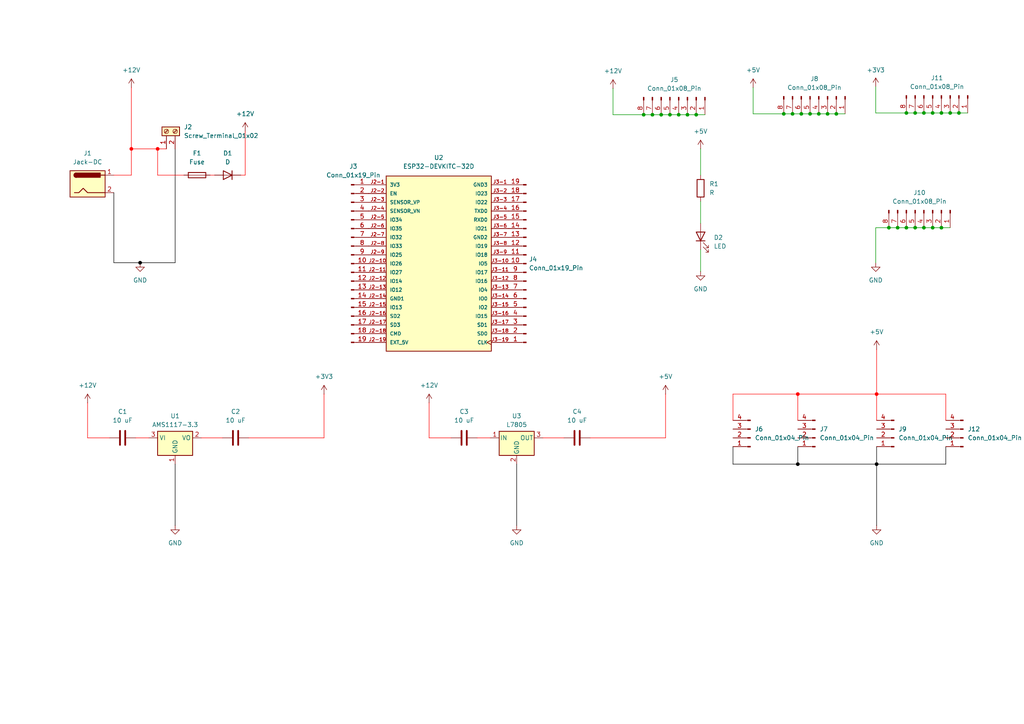
<source format=kicad_sch>
(kicad_sch (version 20231120) (generator "eeschema") (generator_version "8.0")
  (paper "A4")
  (lib_symbols
    (symbol "Connector:Conn_01x04_Pin" (pin_names (offset 1.016) hide)
      (property "Reference" "J" (at 0 5.08 0))
      (property "Value" "Conn_01x04_Pin" (at 0 -7.62 0))
      (symbol "Conn_01x04_Pin_1_1"
        (polyline (pts (xy 1.27 -5.08) (xy 0.8636 -5.08)) (stroke (width 0.1524)))
        (polyline (pts (xy 1.27 -2.54) (xy 0.8636 -2.54)) (stroke (width 0.1524)))
        (polyline (pts (xy 1.27 0) (xy 0.8636 0)) (stroke (width 0.1524)))
        (polyline (pts (xy 1.27 2.54) (xy 0.8636 2.54)) (stroke (width 0.1524)))
        (rectangle (start 0.8636 -4.953) (end 0 -5.207) (stroke (width 0.1524)) (fill (type outline)))
        (rectangle (start 0.8636 -2.413) (end 0 -2.667) (stroke (width 0.1524)) (fill (type outline)))
        (rectangle (start 0.8636 0.127) (end 0 -0.127) (stroke (width 0.1524)) (fill (type outline)))
        (rectangle (start 0.8636 2.667) (end 0 2.413) (stroke (width 0.1524)) (fill (type outline)))
        (pin passive line (at 5.08 2.54 180) (length 3.81) (name "Pin_1") (number "1"))
        (pin passive line (at 5.08 0 180) (length 3.81) (name "Pin_2") (number "2"))
        (pin passive line (at 5.08 -2.54 180) (length 3.81) (name "Pin_3") (number "3"))
        (pin passive line (at 5.08 -5.08 180) (length 3.81) (name "Pin_4") (number "4"))
      )
    )
    (symbol "Connector:Conn_01x08_Pin" (pin_names (offset 1.016) hide)
      (property "Reference" "J" (at 0 10.16 0))
      (property "Value" "Conn_01x08_Pin" (at 0 -12.7 0))
      (symbol "Conn_01x08_Pin_1_1"
        (polyline (pts (xy 1.27 -10.16) (xy 0.8636 -10.16)) (stroke (width 0.1524)))
        (polyline (pts (xy 1.27 -7.62) (xy 0.8636 -7.62)) (stroke (width 0.1524)))
        (polyline (pts (xy 1.27 -5.08) (xy 0.8636 -5.08)) (stroke (width 0.1524)))
        (polyline (pts (xy 1.27 -2.54) (xy 0.8636 -2.54)) (stroke (width 0.1524)))
        (polyline (pts (xy 1.27 0) (xy 0.8636 0)) (stroke (width 0.1524)))
        (polyline (pts (xy 1.27 2.54) (xy 0.8636 2.54)) (stroke (width 0.1524)))
        (polyline (pts (xy 1.27 5.08) (xy 0.8636 5.08)) (stroke (width 0.1524)))
        (polyline (pts (xy 1.27 7.62) (xy 0.8636 7.62)) (stroke (width 0.1524)))
        (rectangle (start 0.8636 -10.033) (end 0 -10.287) (stroke (width 0.1524)) (fill (type outline)))
        (rectangle (start 0.8636 -7.493) (end 0 -7.747) (stroke (width 0.1524)) (fill (type outline)))
        (rectangle (start 0.8636 -4.953) (end 0 -5.207) (stroke (width 0.1524)) (fill (type outline)))
        (rectangle (start 0.8636 -2.413) (end 0 -2.667) (stroke (width 0.1524)) (fill (type outline)))
        (rectangle (start 0.8636 0.127) (end 0 -0.127) (stroke (width 0.1524)) (fill (type outline)))
        (rectangle (start 0.8636 2.667) (end 0 2.413) (stroke (width 0.1524)) (fill (type outline)))
        (rectangle (start 0.8636 5.207) (end 0 4.953) (stroke (width 0.1524)) (fill (type outline)))
        (rectangle (start 0.8636 7.747) (end 0 7.493) (stroke (width 0.1524)) (fill (type outline)))
        (pin passive line (at 5.08 7.62 180) (length 3.81) (name "Pin_1") (number "1"))
        (pin passive line (at 5.08 5.08 180) (length 3.81) (name "Pin_2") (number "2"))
        (pin passive line (at 5.08 2.54 180) (length 3.81) (name "Pin_3") (number "3"))
        (pin passive line (at 5.08 0 180) (length 3.81) (name "Pin_4") (number "4"))
        (pin passive line (at 5.08 -2.54 180) (length 3.81) (name "Pin_5") (number "5"))
        (pin passive line (at 5.08 -5.08 180) (length 3.81) (name "Pin_6") (number "6"))
        (pin passive line (at 5.08 -7.62 180) (length 3.81) (name "Pin_7") (number "7"))
        (pin passive line (at 5.08 -10.16 180) (length 3.81) (name "Pin_8") (number "8"))
      )
    )
    (symbol "Connector:Conn_01x19_Pin" (pin_names (offset 1.016) hide)
      (property "Reference" "J" (at 0 25.4 0))
      (property "Value" "Conn_01x19_Pin" (at 0 -25.4 0))
      (symbol "Conn_01x19_Pin_1_1"
        (polyline (pts (xy 1.27 -22.86) (xy 0.8636 -22.86)) (stroke (width 0.1524)))
        (polyline (pts (xy 1.27 -20.32) (xy 0.8636 -20.32)) (stroke (width 0.1524)))
        (polyline (pts (xy 1.27 -17.78) (xy 0.8636 -17.78)) (stroke (width 0.1524)))
        (polyline (pts (xy 1.27 -15.24) (xy 0.8636 -15.24)) (stroke (width 0.1524)))
        (polyline (pts (xy 1.27 -12.7) (xy 0.8636 -12.7)) (stroke (width 0.1524)))
        (polyline (pts (xy 1.27 -10.16) (xy 0.8636 -10.16)) (stroke (width 0.1524)))
        (polyline (pts (xy 1.27 -7.62) (xy 0.8636 -7.62)) (stroke (width 0.1524)))
        (polyline (pts (xy 1.27 -5.08) (xy 0.8636 -5.08)) (stroke (width 0.1524)))
        (polyline (pts (xy 1.27 -2.54) (xy 0.8636 -2.54)) (stroke (width 0.1524)))
        (polyline (pts (xy 1.27 0) (xy 0.8636 0)) (stroke (width 0.1524)))
        (polyline (pts (xy 1.27 2.54) (xy 0.8636 2.54)) (stroke (width 0.1524)))
        (polyline (pts (xy 1.27 5.08) (xy 0.8636 5.08)) (stroke (width 0.1524)))
        (polyline (pts (xy 1.27 7.62) (xy 0.8636 7.62)) (stroke (width 0.1524)))
        (polyline (pts (xy 1.27 10.16) (xy 0.8636 10.16)) (stroke (width 0.1524)))
        (polyline (pts (xy 1.27 12.7) (xy 0.8636 12.7)) (stroke (width 0.1524)))
        (polyline (pts (xy 1.27 15.24) (xy 0.8636 15.24)) (stroke (width 0.1524)))
        (polyline (pts (xy 1.27 17.78) (xy 0.8636 17.78)) (stroke (width 0.1524)))
        (polyline (pts (xy 1.27 20.32) (xy 0.8636 20.32)) (stroke (width 0.1524)))
        (polyline (pts (xy 1.27 22.86) (xy 0.8636 22.86)) (stroke (width 0.1524)))
        (rectangle (start 0.8636 -22.733) (end 0 -22.987) (stroke (width 0.1524)) (fill (type outline)))
        (rectangle (start 0.8636 -20.193) (end 0 -20.447) (stroke (width 0.1524)) (fill (type outline)))
        (rectangle (start 0.8636 -17.653) (end 0 -17.907) (stroke (width 0.1524)) (fill (type outline)))
        (rectangle (start 0.8636 -15.113) (end 0 -15.367) (stroke (width 0.1524)) (fill (type outline)))
        (rectangle (start 0.8636 -12.573) (end 0 -12.827) (stroke (width 0.1524)) (fill (type outline)))
        (rectangle (start 0.8636 -10.033) (end 0 -10.287) (stroke (width 0.1524)) (fill (type outline)))
        (rectangle (start 0.8636 -7.493) (end 0 -7.747) (stroke (width 0.1524)) (fill (type outline)))
        (rectangle (start 0.8636 -4.953) (end 0 -5.207) (stroke (width 0.1524)) (fill (type outline)))
        (rectangle (start 0.8636 -2.413) (end 0 -2.667) (stroke (width 0.1524)) (fill (type outline)))
        (rectangle (start 0.8636 0.127) (end 0 -0.127) (stroke (width 0.1524)) (fill (type outline)))
        (rectangle (start 0.8636 2.667) (end 0 2.413) (stroke (width 0.1524)) (fill (type outline)))
        (rectangle (start 0.8636 5.207) (end 0 4.953) (stroke (width 0.1524)) (fill (type outline)))
        (rectangle (start 0.8636 7.747) (end 0 7.493) (stroke (width 0.1524)) (fill (type outline)))
        (rectangle (start 0.8636 10.287) (end 0 10.033) (stroke (width 0.1524)) (fill (type outline)))
        (rectangle (start 0.8636 12.827) (end 0 12.573) (stroke (width 0.1524)) (fill (type outline)))
        (rectangle (start 0.8636 15.367) (end 0 15.113) (stroke (width 0.1524)) (fill (type outline)))
        (rectangle (start 0.8636 17.907) (end 0 17.653) (stroke (width 0.1524)) (fill (type outline)))
        (rectangle (start 0.8636 20.447) (end 0 20.193) (stroke (width 0.1524)) (fill (type outline)))
        (rectangle (start 0.8636 22.987) (end 0 22.733) (stroke (width 0.1524)) (fill (type outline)))
        (pin passive line (at 5.08 22.86 180) (length 3.81) (name "Pin_1") (number "1"))
        (pin passive line (at 5.08 0 180) (length 3.81) (name "Pin_10") (number "10"))
        (pin passive line (at 5.08 -2.54 180) (length 3.81) (name "Pin_11") (number "11"))
        (pin passive line (at 5.08 -5.08 180) (length 3.81) (name "Pin_12") (number "12"))
        (pin passive line (at 5.08 -7.62 180) (length 3.81) (name "Pin_13") (number "13"))
        (pin passive line (at 5.08 -10.16 180) (length 3.81) (name "Pin_14") (number "14"))
        (pin passive line (at 5.08 -12.7 180) (length 3.81) (name "Pin_15") (number "15"))
        (pin passive line (at 5.08 -15.24 180) (length 3.81) (name "Pin_16") (number "16"))
        (pin passive line (at 5.08 -17.78 180) (length 3.81) (name "Pin_17") (number "17"))
        (pin passive line (at 5.08 -20.32 180) (length 3.81) (name "Pin_18") (number "18"))
        (pin passive line (at 5.08 -22.86 180) (length 3.81) (name "Pin_19") (number "19"))
        (pin passive line (at 5.08 20.32 180) (length 3.81) (name "Pin_2") (number "2"))
        (pin passive line (at 5.08 17.78 180) (length 3.81) (name "Pin_3") (number "3"))
        (pin passive line (at 5.08 15.24 180) (length 3.81) (name "Pin_4") (number "4"))
        (pin passive line (at 5.08 12.7 180) (length 3.81) (name "Pin_5") (number "5"))
        (pin passive line (at 5.08 10.16 180) (length 3.81) (name "Pin_6") (number "6"))
        (pin passive line (at 5.08 7.62 180) (length 3.81) (name "Pin_7") (number "7"))
        (pin passive line (at 5.08 5.08 180) (length 3.81) (name "Pin_8") (number "8"))
        (pin passive line (at 5.08 2.54 180) (length 3.81) (name "Pin_9") (number "9"))
      )
    )
    (symbol "Connector:Jack-DC" (pin_names (offset 1.016))
      (property "Reference" "J" (at 0 5.334 0))
      (property "Value" "Jack-DC" (at 0 -5.08 0))
      (symbol "Jack-DC_0_1"
        (rectangle (start -5.08 3.81) (end 5.08 -3.81) (stroke (width 0.254)) (fill (type background)))
        (arc (start -3.302 3.175) (mid -3.9343 2.54) (end -3.302 1.905) (stroke (width 0.254)))
        (arc (start -3.302 3.175) (mid -3.9343 2.54) (end -3.302 1.905) (stroke (width 0.254)) (fill (type outline)))
        (polyline (pts (xy 5.08 2.54) (xy 3.81 2.54)) (stroke (width 0.254)))
        (polyline (pts (xy -3.81 -2.54) (xy -2.54 -2.54) (xy -1.27 -1.27) (xy 0 -2.54) (xy 2.54 -2.54) (xy 5.08 -2.54)) (stroke (width 0.254)))
        (rectangle (start 3.683 3.175) (end -3.302 1.905) (stroke (width 0.254)) (fill (type outline)))
      )
      (symbol "Jack-DC_1_1"
        (pin passive line (at 7.62 2.54 180) (length 2.54) (name "~") (number "1"))
        (pin passive line (at 7.62 -2.54 180) (length 2.54) (name "~") (number "2"))
      )
    )
    (symbol "Connector:Screw_Terminal_01x02" (pin_names (offset 1.016) hide)
      (property "Reference" "J" (at 0 2.54 0))
      (property "Value" "Screw_Terminal_01x02" (at 0 -5.08 0))
      (symbol "Screw_Terminal_01x02_1_1"
        (rectangle (start -1.27 1.27) (end 1.27 -3.81) (stroke (width 0.254)) (fill (type background)))
        (circle (center 0 -2.54) (radius 0.635) (stroke (width 0.1524)))
        (polyline (pts (xy -0.5334 -2.2098) (xy 0.3302 -3.048)) (stroke (width 0.1524)))
        (polyline (pts (xy -0.5334 0.3302) (xy 0.3302 -0.508)) (stroke (width 0.1524)))
        (polyline (pts (xy -0.3556 -2.032) (xy 0.508 -2.8702)) (stroke (width 0.1524)))
        (polyline (pts (xy -0.3556 0.508) (xy 0.508 -0.3302)) (stroke (width 0.1524)))
        (circle (center 0 0) (radius 0.635) (stroke (width 0.1524)))
        (pin passive line (at -5.08 0 0) (length 3.81) (name "Pin_1") (number "1"))
        (pin passive line (at -5.08 -2.54 0) (length 3.81) (name "Pin_2") (number "2"))
      )
    )
    (symbol "Device:C" (pin_numbers hide) (pin_names (offset 0.254))
      (property "Reference" "C" (at 0.635 2.54 0))
      (property "Value" "C" (at 0.635 -2.54 0))
      (symbol "C_0_1"
        (polyline (pts (xy -2.032 -0.762) (xy 2.032 -0.762)) (stroke (width 0.508)))
        (polyline (pts (xy -2.032 0.762) (xy 2.032 0.762)) (stroke (width 0.508)))
      )
      (symbol "C_1_1"
        (pin passive line (at 0 3.81 270) (length 2.794) (name "~") (number "1"))
        (pin passive line (at 0 -3.81 90) (length 2.794) (name "~") (number "2"))
      )
    )
    (symbol "Device:D" (pin_numbers hide) (pin_names (offset 1.016) hide)
      (property "Reference" "D" (at 0 2.54 0))
      (property "Value" "D" (at 0 -2.54 0))
      (symbol "D_0_1"
        (polyline (pts (xy -1.27 1.27) (xy -1.27 -1.27)) (stroke (width 0.254)))
        (polyline (pts (xy 1.27 0) (xy -1.27 0)))
        (polyline (pts (xy 1.27 1.27) (xy 1.27 -1.27) (xy -1.27 0) (xy 1.27 1.27)) (stroke (width 0.254)))
      )
      (symbol "D_1_1"
        (pin passive line (at -3.81 0 0) (length 2.54) (name "K") (number "1"))
        (pin passive line (at 3.81 0 180) (length 2.54) (name "A") (number "2"))
      )
    )
    (symbol "Device:Fuse" (pin_numbers hide) (pin_names (offset 0))
      (property "Reference" "F" (at 2.032 0 90))
      (property "Value" "Fuse" (at -1.905 0 90))
      (symbol "Fuse_0_1"
        (rectangle (start -0.762 -2.54) (end 0.762 2.54) (stroke (width 0.254)))
        (polyline (pts (xy 0 2.54) (xy 0 -2.54)))
      )
      (symbol "Fuse_1_1"
        (pin passive line (at 0 3.81 270) (length 1.27) (name "~") (number "1"))
        (pin passive line (at 0 -3.81 90) (length 1.27) (name "~") (number "2"))
      )
    )
    (symbol "Device:LED" (pin_numbers hide) (pin_names (offset 1.016) hide)
      (property "Reference" "D" (at 0 2.54 0))
      (property "Value" "LED" (at 0 -2.54 0))
      (symbol "LED_0_1"
        (polyline (pts (xy -1.27 -1.27) (xy -1.27 1.27)) (stroke (width 0.254)))
        (polyline (pts (xy -1.27 0) (xy 1.27 0)))
        (polyline (pts (xy 1.27 -1.27) (xy 1.27 1.27) (xy -1.27 0) (xy 1.27 -1.27)) (stroke (width 0.254)))
        (polyline (pts (xy -3.048 -0.762) (xy -4.572 -2.286) (xy -3.81 -2.286) (xy -4.572 -2.286) (xy -4.572 -1.524)))
        (polyline (pts (xy -1.778 -0.762) (xy -3.302 -2.286) (xy -2.54 -2.286) (xy -3.302 -2.286) (xy -3.302 -1.524)))
      )
      (symbol "LED_1_1"
        (pin passive line (at -3.81 0 0) (length 2.54) (name "K") (number "1"))
        (pin passive line (at 3.81 0 180) (length 2.54) (name "A") (number "2"))
      )
    )
    (symbol "Device:R" (pin_numbers hide) (pin_names (offset 0))
      (property "Reference" "R" (at 2.032 0 90))
      (property "Value" "R" (at 0 0 90))
      (symbol "R_0_1"
        (rectangle (start -1.016 -2.54) (end 1.016 2.54) (stroke (width 0.254)))
      )
      (symbol "R_1_1"
        (pin passive line (at 0 3.81 270) (length 1.27) (name "~") (number "1"))
        (pin passive line (at 0 -3.81 90) (length 1.27) (name "~") (number "2"))
      )
    )
    (symbol "ESP32-DEVKITC-32D:ESP32-DEVKITC-32D" (pin_names (offset 1.016))
      (property "Reference" "U" (at -15.2572 26.0643 0))
      (property "Value" "ESP32-DEVKITC-32D" (at -15.2563 -27.9698 0))
      (symbol "ESP32-DEVKITC-32D_0_0"
        (rectangle (start -15.24 -25.4) (end 15.24 25.4) (stroke (width 0.254)) (fill (type background)))
        (pin power_in line (at -20.32 22.86 0) (length 5.08) (name "3V3") (number "J2-1"))
        (pin bidirectional line (at -20.32 0 0) (length 5.08) (name "IO26") (number "J2-10"))
        (pin bidirectional line (at -20.32 -2.54 0) (length 5.08) (name "IO27") (number "J2-11"))
        (pin bidirectional line (at -20.32 -5.08 0) (length 5.08) (name "IO14") (number "J2-12"))
        (pin bidirectional line (at -20.32 -7.62 0) (length 5.08) (name "IO12") (number "J2-13"))
        (pin power_in line (at -20.32 -10.16 0) (length 5.08) (name "GND1") (number "J2-14"))
        (pin bidirectional line (at -20.32 -12.7 0) (length 5.08) (name "IO13") (number "J2-15"))
        (pin bidirectional line (at -20.32 -15.24 0) (length 5.08) (name "SD2") (number "J2-16"))
        (pin bidirectional line (at -20.32 -17.78 0) (length 5.08) (name "SD3") (number "J2-17"))
        (pin bidirectional line (at -20.32 -20.32 0) (length 5.08) (name "CMD") (number "J2-18"))
        (pin power_in line (at -20.32 -22.86 0) (length 5.08) (name "EXT_5V") (number "J2-19"))
        (pin input line (at -20.32 20.32 0) (length 5.08) (name "EN") (number "J2-2"))
        (pin input line (at -20.32 17.78 0) (length 5.08) (name "SENSOR_VP") (number "J2-3"))
        (pin input line (at -20.32 15.24 0) (length 5.08) (name "SENSOR_VN") (number "J2-4"))
        (pin bidirectional line (at -20.32 12.7 0) (length 5.08) (name "IO34") (number "J2-5"))
        (pin bidirectional line (at -20.32 10.16 0) (length 5.08) (name "IO35") (number "J2-6"))
        (pin bidirectional line (at -20.32 7.62 0) (length 5.08) (name "IO32") (number "J2-7"))
        (pin bidirectional line (at -20.32 5.08 0) (length 5.08) (name "IO33") (number "J2-8"))
        (pin bidirectional line (at -20.32 2.54 0) (length 5.08) (name "IO25") (number "J2-9"))
        (pin power_in line (at 20.32 22.86 180) (length 5.08) (name "GND3") (number "J3-1"))
        (pin bidirectional line (at 20.32 0 180) (length 5.08) (name "IO5") (number "J3-10"))
        (pin bidirectional line (at 20.32 -2.54 180) (length 5.08) (name "IO17") (number "J3-11"))
        (pin bidirectional line (at 20.32 -5.08 180) (length 5.08) (name "IO16") (number "J3-12"))
        (pin bidirectional line (at 20.32 -7.62 180) (length 5.08) (name "IO4") (number "J3-13"))
        (pin bidirectional line (at 20.32 -10.16 180) (length 5.08) (name "IO0") (number "J3-14"))
        (pin bidirectional line (at 20.32 -12.7 180) (length 5.08) (name "IO2") (number "J3-15"))
        (pin bidirectional line (at 20.32 -15.24 180) (length 5.08) (name "IO15") (number "J3-16"))
        (pin bidirectional line (at 20.32 -17.78 180) (length 5.08) (name "SD1") (number "J3-17"))
        (pin bidirectional line (at 20.32 -20.32 180) (length 5.08) (name "SD0") (number "J3-18"))
        (pin input clock (at 20.32 -22.86 180) (length 5.08) (name "CLK") (number "J3-19"))
        (pin bidirectional line (at 20.32 20.32 180) (length 5.08) (name "IO23") (number "J3-2"))
        (pin bidirectional line (at 20.32 17.78 180) (length 5.08) (name "IO22") (number "J3-3"))
        (pin output line (at 20.32 15.24 180) (length 5.08) (name "TXD0") (number "J3-4"))
        (pin input line (at 20.32 12.7 180) (length 5.08) (name "RXD0") (number "J3-5"))
        (pin bidirectional line (at 20.32 10.16 180) (length 5.08) (name "IO21") (number "J3-6"))
        (pin power_in line (at 20.32 7.62 180) (length 5.08) (name "GND2") (number "J3-7"))
        (pin bidirectional line (at 20.32 5.08 180) (length 5.08) (name "IO19") (number "J3-8"))
        (pin bidirectional line (at 20.32 2.54 180) (length 5.08) (name "IO18") (number "J3-9"))
      )
    )
    (symbol "Regulator_Linear:AMS1117-3.3"
      (property "Reference" "U" (at -3.81 3.175 0))
      (property "Value" "AMS1117-3.3" (at 0 3.175 0))
      (symbol "AMS1117-3.3_0_1"
        (rectangle (start -5.08 -5.08) (end 5.08 1.905) (stroke (width 0.254)) (fill (type background)))
      )
      (symbol "AMS1117-3.3_1_1"
        (pin power_in line (at 0 -7.62 90) (length 2.54) (name "GND") (number "1"))
        (pin power_out line (at 7.62 0 180) (length 2.54) (name "VO") (number "2"))
        (pin power_in line (at -7.62 0 0) (length 2.54) (name "VI") (number "3"))
      )
    )
    (symbol "Regulator_Linear:L7805" (pin_names (offset 0.254))
      (property "Reference" "U" (at -3.81 3.175 0))
      (property "Value" "L7805" (at 0 3.175 0))
      (symbol "L7805_0_1"
        (rectangle (start -5.08 1.905) (end 5.08 -5.08) (stroke (width 0.254)) (fill (type background)))
      )
      (symbol "L7805_1_1"
        (pin power_in line (at -7.62 0 0) (length 2.54) (name "IN") (number "1"))
        (pin power_in line (at 0 -7.62 90) (length 2.54) (name "GND") (number "2"))
        (pin power_out line (at 7.62 0 180) (length 2.54) (name "OUT") (number "3"))
      )
    )
    (symbol "power:+12V" (power) (pin_numbers hide) (pin_names (offset 0) hide)
      (property "Value" "+12V" (at 0 3.556 0))
      (symbol "+12V_0_1"
        (polyline (pts (xy -0.762 1.27) (xy 0 2.54)))
        (polyline (pts (xy 0 0) (xy 0 2.54)))
        (polyline (pts (xy 0 2.54) (xy 0.762 1.27)))
      )
      (symbol "+12V_1_1"
        (pin power_in line (at 0 0 90) (length 0) (name "~") (number "1"))
      )
    )
    (symbol "power:+3V3" (power) (pin_numbers hide) (pin_names (offset 0) hide)
      (property "Value" "+3V3" (at 0 3.556 0))
      (symbol "+3V3_0_1"
        (polyline (pts (xy -0.762 1.27) (xy 0 2.54)))
        (polyline (pts (xy 0 0) (xy 0 2.54)))
        (polyline (pts (xy 0 2.54) (xy 0.762 1.27)))
      )
      (symbol "+3V3_1_1"
        (pin power_in line (at 0 0 90) (length 0) (name "~") (number "1"))
      )
    )
    (symbol "power:+5V" (power) (pin_numbers hide) (pin_names (offset 0) hide)
      (property "Value" "+5V" (at 0 3.556 0))
      (symbol "+5V_0_1"
        (polyline (pts (xy -0.762 1.27) (xy 0 2.54)))
        (polyline (pts (xy 0 0) (xy 0 2.54)))
        (polyline (pts (xy 0 2.54) (xy 0.762 1.27)))
      )
      (symbol "+5V_1_1"
        (pin power_in line (at 0 0 90) (length 0) (name "~") (number "1"))
      )
    )
    (symbol "power:GND" (power) (pin_numbers hide) (pin_names (offset 0) hide)
      (property "Value" "GND" (at 0 -3.81 0))
      (symbol "GND_0_1"
        (polyline (pts (xy 0 0) (xy 0 -1.27) (xy 1.27 -1.27) (xy 0 -2.54) (xy -1.27 -1.27) (xy 0 -1.27)))
      )
      (symbol "GND_1_1"
        (pin power_in line (at 0 0 270) (length 0) (name "~") (number "1"))
      )
    )
  )
  (junction (at 191.77 33.274))
  (junction (at 260.35 66.04))
  (junction (at 38.1 43.18) (color 255 0 0 1))
  (junction (at 186.69 33.274))
  (junction (at 254.254 114.3) (color 255 0 0 1))
  (junction (at 240.03 33.02))
  (junction (at 262.89 32.766))
  (junction (at 196.85 33.274))
  (junction (at 262.89 66.04))
  (junction (at 273.05 66.04))
  (junction (at 237.49 33.02))
  (junction (at 201.93 33.274))
  (junction (at 234.95 33.02))
  (junction (at 227.33 33.02))
  (junction (at 265.43 32.766))
  (junction (at 199.39 33.274))
  (junction (at 194.31 33.274))
  (junction (at 189.23 33.274))
  (junction (at 232.41 33.02))
  (junction (at 273.05 32.766))
  (junction (at 270.51 66.04))
  (junction (at 229.87 33.02))
  (junction (at 275.59 32.766))
  (junction (at 231.394 134.62) (color 0 0 0 1))
  (junction (at 242.57 33.02))
  (junction (at 254.254 134.62) (color 0 0 0 1))
  (junction (at 265.43 66.04))
  (junction (at 267.97 32.766))
  (junction (at 278.13 32.766))
  (junction (at 267.97 66.04))
  (junction (at 231.394 114.3) (color 255 0 0 1))
  (junction (at 270.51 32.766))
  (junction (at 257.81 66.04))
  (junction (at 40.64 76.2) (color 0 0 0 1))
  (junction (at 45.72 43.18) (color 255 0 0 1))
  (wire (pts (xy 273.05 32.766) (xy 275.59 32.766)))
  (wire (pts (xy 240.03 33.02) (xy 242.57 33.02)))
  (wire (pts (xy 254 25.146) (xy 254 32.766)))
  (wire (pts (xy 260.35 66.04) (xy 262.89 66.04)))
  (wire (pts (xy 254 66.04) (xy 254 76.2)))
  (wire (pts (xy 124.46 127) (xy 130.81 127)) (stroke (width 0) (color 255 0 0 1)))
  (wire (pts (xy 33.02 55.88) (xy 33.02 76.2)) (stroke (width 0) (color 0 0 0 1)))
  (wire (pts (xy 242.57 33.02) (xy 245.11 33.02)))
  (wire (pts (xy 69.85 50.8) (xy 71.12 50.8)) (stroke (width 0) (color 255 0 0 1)))
  (wire (pts (xy 267.97 66.04) (xy 270.51 66.04)))
  (wire (pts (xy 254 32.766) (xy 262.89 32.766)))
  (wire (pts (xy 237.49 33.02) (xy 240.03 33.02)))
  (wire (pts (xy 270.51 66.04) (xy 273.05 66.04)))
  (wire (pts (xy 138.43 127) (xy 142.24 127)) (stroke (width 0) (color 255 0 0 1)))
  (wire (pts (xy 199.39 33.274) (xy 201.93 33.274)))
  (wire (pts (xy 262.89 32.766) (xy 265.43 32.766)))
  (wire (pts (xy 278.13 32.766) (xy 280.67 32.766)))
  (wire (pts (xy 265.43 66.04) (xy 267.97 66.04)))
  (wire (pts (xy 270.51 32.766) (xy 273.05 32.766)))
  (wire (pts (xy 38.1 25.4) (xy 38.1 43.18)) (stroke (width 0) (color 255 0 0 1)))
  (wire (pts (xy 254.254 114.3) (xy 274.32 114.3)) (stroke (width 0) (color 255 0 0 1)))
  (wire (pts (xy 45.72 50.8) (xy 53.34 50.8)) (stroke (width 0) (color 255 0 0 1)))
  (wire (pts (xy 229.87 33.02) (xy 232.41 33.02)))
  (wire (pts (xy 234.95 33.02) (xy 237.49 33.02)))
  (wire (pts (xy 39.37 127) (xy 43.18 127)) (stroke (width 0) (color 255 0 0 1)))
  (wire (pts (xy 38.1 43.18) (xy 38.1 50.8)) (stroke (width 0) (color 255 0 0 1)))
  (wire (pts (xy 254.254 134.62) (xy 274.32 134.62)) (stroke (width 0) (color 0 0 0 1)))
  (wire (pts (xy 231.394 134.62) (xy 254.254 134.62)) (stroke (width 0) (color 0 0 0 1)))
  (wire (pts (xy 194.31 33.274) (xy 196.85 33.274)))
  (wire (pts (xy 40.64 76.2) (xy 50.8 76.2)) (stroke (width 0) (color 0 0 0 1)))
  (wire (pts (xy 257.81 66.04) (xy 260.35 66.04)))
  (wire (pts (xy 267.97 32.766) (xy 270.51 32.766)))
  (wire (pts (xy 201.93 33.274) (xy 204.47 33.274)))
  (wire (pts (xy 33.02 76.2) (xy 40.64 76.2)) (stroke (width 0) (color 0 0 0 1)))
  (wire (pts (xy 212.598 114.3) (xy 231.394 114.3)) (stroke (width 0) (color 255 0 0 1)))
  (wire (pts (xy 254 66.04) (xy 257.81 66.04)))
  (wire (pts (xy 218.44 25.4) (xy 218.44 33.02)))
  (wire (pts (xy 38.1 43.18) (xy 45.72 43.18)) (stroke (width 0) (color 255 0 0 1)))
  (wire (pts (xy 227.33 33.02) (xy 229.87 33.02)))
  (wire (pts (xy 273.05 66.04) (xy 275.59 66.04)))
  (wire (pts (xy 203.2 58.42) (xy 203.2 64.77)))
  (wire (pts (xy 93.98 114.3) (xy 93.98 127)) (stroke (width 0) (color 255 0 0 1)))
  (wire (pts (xy 274.32 114.3) (xy 274.32 121.92)) (stroke (width 0) (color 255 0 0 1)))
  (wire (pts (xy 50.8 134.62) (xy 50.8 152.4)) (stroke (width 0) (color 0 0 0 1)))
  (wire (pts (xy 232.41 33.02) (xy 234.95 33.02)))
  (wire (pts (xy 254.254 134.62) (xy 254.254 152.4)) (stroke (width 0) (color 0 0 0 1)))
  (wire (pts (xy 33.02 50.8) (xy 38.1 50.8)) (stroke (width 0) (color 255 0 0 1)))
  (wire (pts (xy 231.394 114.3) (xy 231.394 121.92)) (stroke (width 0) (color 255 0 0 1)))
  (wire (pts (xy 177.8 33.274) (xy 186.69 33.274)))
  (wire (pts (xy 203.2 43.18) (xy 203.2 50.8)))
  (wire (pts (xy 171.196 127) (xy 193.04 127)) (stroke (width 0) (color 255 0 0 1)))
  (wire (pts (xy 254.254 114.3) (xy 254.254 121.92)) (stroke (width 0) (color 255 0 0 1)))
  (wire (pts (xy 196.85 33.274) (xy 199.39 33.274)))
  (wire (pts (xy 191.77 33.274) (xy 194.31 33.274)))
  (wire (pts (xy 149.86 134.62) (xy 149.86 152.4)) (stroke (width 0) (color 0 0 0 1)))
  (wire (pts (xy 72.136 127) (xy 93.98 127)) (stroke (width 0) (color 255 0 0 1)))
  (wire (pts (xy 218.44 33.02) (xy 227.33 33.02)))
  (wire (pts (xy 274.32 129.54) (xy 274.32 134.62)) (stroke (width 0) (color 0 0 0 1)))
  (wire (pts (xy 275.59 32.766) (xy 278.13 32.766)))
  (wire (pts (xy 212.598 114.3) (xy 212.598 121.92)) (stroke (width 0) (color 255 0 0 1)))
  (wire (pts (xy 58.42 127) (xy 64.516 127)) (stroke (width 0) (color 255 0 0 1)))
  (wire (pts (xy 124.46 116.84) (xy 124.46 127)) (stroke (width 0) (color 255 0 0 1)))
  (wire (pts (xy 212.598 134.62) (xy 231.394 134.62)) (stroke (width 0) (color 0 0 0 1)))
  (wire (pts (xy 231.394 129.54) (xy 231.394 134.62)) (stroke (width 0) (color 0 0 0 1)))
  (wire (pts (xy 262.89 66.04) (xy 265.43 66.04)))
  (wire (pts (xy 203.2 72.39) (xy 203.2 78.74)))
  (wire (pts (xy 25.4 127) (xy 31.75 127)) (stroke (width 0) (color 255 0 0 1)))
  (wire (pts (xy 50.8 43.18) (xy 50.8 76.2)) (stroke (width 0) (color 0 0 0 1)))
  (wire (pts (xy 71.12 38.1) (xy 71.12 50.8)) (stroke (width 0) (color 255 0 0 1)))
  (wire (pts (xy 186.69 33.274) (xy 189.23 33.274)))
  (wire (pts (xy 231.394 114.3) (xy 254.254 114.3)) (stroke (width 0) (color 255 0 0 1)))
  (wire (pts (xy 189.23 33.274) (xy 191.77 33.274)))
  (wire (pts (xy 254.254 129.54) (xy 254.254 134.62)) (stroke (width 0) (color 0 0 0 1)))
  (wire (pts (xy 60.96 50.8) (xy 62.23 50.8)) (stroke (width 0) (color 255 0 0 1)))
  (wire (pts (xy 25.4 116.84) (xy 25.4 127)) (stroke (width 0) (color 255 0 0 1)))
  (wire (pts (xy 193.04 114.3) (xy 193.04 127)) (stroke (width 0) (color 255 0 0 1)))
  (wire (pts (xy 157.48 127) (xy 163.576 127)) (stroke (width 0) (color 255 0 0 1)))
  (wire (pts (xy 265.43 32.766) (xy 267.97 32.766)))
  (wire (pts (xy 254.254 101.346) (xy 254.254 114.3)) (stroke (width 0) (color 255 0 0 1)))
  (wire (pts (xy 177.8 25.654) (xy 177.8 33.274)))
  (wire (pts (xy 45.72 43.18) (xy 48.26 43.18)) (stroke (width 0) (color 255 0 0 1)))
  (wire (pts (xy 212.598 129.54) (xy 212.598 134.62)) (stroke (width 0) (color 0 0 0 1)))
  (wire (pts (xy 45.72 43.18) (xy 45.72 50.8)) (stroke (width 0) (color 255 0 0 1)))
  (symbol (lib_id "Device:C") (at 167.386 127 90) (unit 1)
    (property "Reference" "C4" (at 167.386 119.38 90))
    (property "Value" "10 uF" (at 167.386 121.92 90))
    (property "Footprint" "Capacitor_THT:C_Axial_L3.8mm_D2.6mm_P10.00mm_Horizontal" (effects (hide yes)))
    (property "Description" "Unpolarized capacitor" (effects (hide yes)))
  )
  (symbol (lib_id "Connector:Conn_01x04_Pin") (at 236.474 127 180) (unit 1)
    (property "Reference" "J7" (at 237.744 124.4599 0) (effects (justify right)))
    (property "Value" "Conn_01x04_Pin" (at 237.744 126.9999 0) (effects (justify right)))
    (property "Footprint" "Connector_PinHeader_2.00mm:PinHeader_1x04_P2.00mm_Vertical" (effects (hide yes)))
    (property "Description" "Generic connector, single row, 01x04, script generated" (effects (hide yes)))
  )
  (symbol (lib_id "power:+3V3") (at 93.98 114.3 0) (unit 1)
    (property "Reference" "#PWR05" (effects (hide yes)))
    (property "Value" "+3V3" (at 93.98 109.22 0))
    (property "Description" "Power symbol creates a global label with name \"+3V3\"" (effects (hide yes)))
  )
  (symbol (lib_id "Connector:Conn_01x04_Pin") (at 217.678 127 180) (unit 1)
    (property "Reference" "J6" (at 218.948 124.4599 0) (effects (justify right)))
    (property "Value" "Conn_01x04_Pin" (at 218.948 126.9999 0) (effects (justify right)))
    (property "Footprint" "Connector_PinHeader_2.00mm:PinHeader_1x04_P2.00mm_Vertical" (effects (hide yes)))
    (property "Description" "Generic connector, single row, 01x04, script generated" (effects (hide yes)))
  )
  (symbol (lib_id "Regulator_Linear:L7805") (at 149.86 127 0) (unit 1)
    (property "Reference" "U3" (at 149.86 120.65 0))
    (property "Value" "L7805" (at 149.86 123.19 0))
    (property "Footprint" "Package_TO_SOT_THT:TO-220-3_Vertical" (effects (hide yes)))
    (property "Datasheet" "http://www.st.com/content/ccc/resource/technical/document/datasheet/41/4f/b3/b0/12/d4/47/88/CD00000444.pdf/files/CD00000444.pdf/jcr:content/translations/en.CD00000444.pdf" (effects (hide yes)))
    (property "Description" "Positive 1.5A 35V Linear Regulator, Fixed Output 5V, TO-220/TO-263/TO-252" (effects (hide yes)))
  )
  (symbol (lib_id "Connector:Jack-DC") (at 25.4 53.34 0) (unit 1)
    (property "Reference" "J1" (at 25.4 44.45 0))
    (property "Value" "Jack-DC" (at 25.4 46.99 0))
    (property "Footprint" "Connector_BarrelJack:BarrelJack_SwitchcraftConxall_RAPC10U_Horizontal" (effects (hide yes)))
    (property "Description" "DC Barrel Jack" (effects (hide yes)))
  )
  (symbol (lib_id "power:+12V") (at 124.46 116.84 0) (unit 1)
    (property "Reference" "#PWR011" (effects (hide yes)))
    (property "Value" "+12V" (at 124.46 111.76 0))
    (property "Description" "Power symbol creates a global label with name \"+12V\"" (effects (hide yes)))
  )
  (symbol (lib_id "Device:LED") (at 203.2 68.58 90) (unit 1)
    (property "Reference" "D2" (at 207.01 68.8974 90) (effects (justify right)))
    (property "Value" "LED" (at 207.01 71.4374 90) (effects (justify right)))
    (property "Footprint" "LED_THT:LED_D3.0mm" (effects (hide yes)))
    (property "Description" "Light emitting diode" (effects (hide yes)))
  )
  (symbol (lib_id "Connector:Conn_01x08_Pin") (at 267.97 60.96 270) (unit 1)
    (property "Reference" "J10" (at 266.7 55.88 90))
    (property "Value" "Conn_01x08_Pin" (at 266.7 58.42 90))
    (property "Footprint" "Connector_PinHeader_2.00mm:PinHeader_1x08_P2.00mm_Vertical" (effects (hide yes)))
    (property "Description" "Generic connector, single row, 01x08, script generated" (effects (hide yes)))
  )
  (symbol (lib_id "Regulator_Linear:AMS1117-3.3") (at 50.8 127 0) (unit 1)
    (property "Reference" "U1" (at 50.8 120.65 0))
    (property "Value" "AMS1117-3.3" (at 50.8 123.19 0))
    (property "Footprint" "Package_TO_SOT_SMD:SOT-223-3_TabPin2" (effects (hide yes)))
    (property "Datasheet" "http://www.advanced-monolithic.com/pdf/ds1117.pdf" (effects (hide yes)))
    (property "Description" "1A Low Dropout regulator, positive, 3.3V fixed output, SOT-223" (effects (hide yes)))
  )
  (symbol (lib_id "power:+5V") (at 218.44 25.4 0) (unit 1)
    (property "Reference" "#PWR07" (effects (hide yes)))
    (property "Value" "+5V" (at 218.44 20.32 0))
    (property "Description" "Power symbol creates a global label with name \"+5V\"" (effects (hide yes)))
  )
  (symbol (lib_id "power:GND") (at 254 76.2 0) (unit 1)
    (property "Reference" "#PWR08" (effects (hide yes)))
    (property "Value" "GND" (at 254 81.28 0))
    (property "Description" "Power symbol creates a global label with name \"GND\" , ground" (effects (hide yes)))
  )
  (symbol (lib_id "ESP32-DEVKITC-32D:ESP32-DEVKITC-32D") (at 127.254 76.454 0) (unit 1)
    (property "Reference" "U2" (at 127.254 45.72 0))
    (property "Value" "ESP32-DEVKITC-32D" (at 127.254 48.26 0))
    (property "Footprint" "ESP32-DEVKITC-32D:MODULE_ESP32-DEVKITC-32D" (effects (hide yes)))
    (property "MF" "Espressif Systems" (effects (hide yes)))
    (property "MAXIMUM_PACKAGE_HEIGHT" "N/A" (effects (hide yes)))
    (property "Package" "None" (effects (hide yes)))
    (property "Price" "None" (effects (hide yes)))
    (property "Check_prices" "https://www.snapeda.com/parts/ESP32-DEVKITC-32D/Espressif+Systems/view-part/?ref=eda" (effects (hide yes)))
    (property "STANDARD" "Manufacturer Recommendations" (effects (hide yes)))
    (property "PARTREV" "V4" (effects (hide yes)))
    (property "SnapEDA_Link" "https://www.snapeda.com/parts/ESP32-DEVKITC-32D/Espressif+Systems/view-part/?ref=snap" (effects (hide yes)))
    (property "MP" "ESP32-DEVKITC-32D" (effects (hide yes)))
    (property "Description_1" "\nWiFi Development Tools (802.11) ESP32 General Development Kit, ESP32-WROOM-32D on the board\n" (effects (hide yes)))
    (property "MANUFACTURER" "Espressif Systems" (effects (hide yes)))
    (property "Availability" "In Stock" (effects (hide yes)))
    (property "SNAPEDA_PN" "ESP32-DEVKITC-32D" (effects (hide yes)))
  )
  (symbol (lib_id "Connector:Conn_01x19_Pin") (at 101.854 76.454 0) (unit 1)
    (property "Reference" "J3" (at 102.489 48.26 0))
    (property "Value" "Conn_01x19_Pin" (at 102.489 50.8 0))
    (property "Footprint" "Connector_PinHeader_2.54mm:PinHeader_1x19_P2.54mm_Vertical" (effects (hide yes)))
    (property "Description" "Generic connector, single row, 01x19, script generated" (effects (hide yes)))
  )
  (symbol (lib_id "power:+5V") (at 203.2 43.18 0) (unit 1)
    (property "Reference" "#PWR014" (effects (hide yes)))
    (property "Value" "+5V" (at 203.2 38.1 0))
    (property "Description" "Power symbol creates a global label with name \"+5V\"" (effects (hide yes)))
  )
  (symbol (lib_id "power:+12V") (at 71.12 38.1 0) (unit 1)
    (property "Reference" "#PWR02" (effects (hide yes)))
    (property "Value" "+12V" (at 71.12 33.02 0))
    (property "Description" "Power symbol creates a global label with name \"+12V\"" (effects (hide yes)))
  )
  (symbol (lib_id "Device:C") (at 68.326 127 90) (unit 1)
    (property "Reference" "C2" (at 68.326 119.38 90))
    (property "Value" "10 uF" (at 68.326 121.92 90))
    (property "Footprint" "Capacitor_THT:C_Axial_L3.8mm_D2.6mm_P10.00mm_Horizontal" (effects (hide yes)))
    (property "Description" "Unpolarized capacitor" (effects (hide yes)))
  )
  (symbol (lib_id "power:+12V") (at 177.8 25.654 0) (unit 1)
    (property "Reference" "#PWR010" (effects (hide yes)))
    (property "Value" "+12V" (at 177.8 20.574 0))
    (property "Description" "Power symbol creates a global label with name \"+12V\"" (effects (hide yes)))
  )
  (symbol (lib_id "power:+12V") (at 25.4 116.84 0) (unit 1)
    (property "Reference" "#PWR04" (effects (hide yes)))
    (property "Value" "+12V" (at 25.4 111.76 0))
    (property "Description" "Power symbol creates a global label with name \"+12V\"" (effects (hide yes)))
  )
  (symbol (lib_id "Connector:Conn_01x19_Pin") (at 152.654 76.454 180) (unit 1)
    (property "Reference" "J4" (at 153.416 75.1839 0) (effects (justify right)))
    (property "Value" "Conn_01x19_Pin" (at 153.416 77.7239 0) (effects (justify right)))
    (property "Footprint" "Connector_PinHeader_2.54mm:PinHeader_1x19_P2.54mm_Vertical" (effects (hide yes)))
    (property "Description" "Generic connector, single row, 01x19, script generated" (effects (hide yes)))
  )
  (symbol (lib_id "Connector:Conn_01x04_Pin") (at 259.334 127 180) (unit 1)
    (property "Reference" "J9" (at 260.604 124.4599 0) (effects (justify right)))
    (property "Value" "Conn_01x04_Pin" (at 260.604 126.9999 0) (effects (justify right)))
    (property "Footprint" "Connector_PinHeader_2.00mm:PinHeader_1x04_P2.00mm_Vertical" (effects (hide yes)))
    (property "Description" "Generic connector, single row, 01x04, script generated" (effects (hide yes)))
  )
  (symbol (lib_id "Device:Fuse") (at 57.15 50.8 90) (unit 1)
    (property "Reference" "F1" (at 57.15 44.45 90))
    (property "Value" "Fuse" (at 57.15 46.99 90))
    (property "Footprint" "Fuse:Fuse_BelFuse_0ZRE0005FF_L8.3mm_W3.8mm" (effects (hide yes)))
    (property "Description" "Fuse" (effects (hide yes)))
  )
  (symbol (lib_id "Device:R") (at 203.2 54.61 0) (unit 1)
    (property "Reference" "R1" (at 205.74 53.3399 0) (effects (justify left)))
    (property "Value" "R" (at 205.74 55.8799 0) (effects (justify left)))
    (property "Footprint" "Resistor_THT:R_Axial_DIN0207_L6.3mm_D2.5mm_P7.62mm_Horizontal" (effects (hide yes)))
    (property "Description" "Resistor" (effects (hide yes)))
  )
  (symbol (lib_id "power:GND") (at 40.64 76.2 0) (unit 1)
    (property "Reference" "#PWR03" (effects (hide yes)))
    (property "Value" "GND" (at 40.64 81.28 0))
    (property "Description" "Power symbol creates a global label with name \"GND\" , ground" (effects (hide yes)))
  )
  (symbol (lib_id "power:GND") (at 149.86 152.4 0) (unit 1)
    (property "Reference" "#PWR012" (effects (hide yes)))
    (property "Value" "GND" (at 149.86 157.48 0))
    (property "Description" "Power symbol creates a global label with name \"GND\" , ground" (effects (hide yes)))
  )
  (symbol (lib_id "power:+5V") (at 254.254 101.346 0) (unit 1)
    (property "Reference" "#PWR016" (effects (hide yes)))
    (property "Value" "+5V" (at 254.254 96.266 0))
    (property "Description" "Power symbol creates a global label with name \"+5V\"" (effects (hide yes)))
  )
  (symbol (lib_id "Connector:Conn_01x04_Pin") (at 279.4 127 180) (unit 1)
    (property "Reference" "J12" (at 280.67 124.4599 0) (effects (justify right)))
    (property "Value" "Conn_01x04_Pin" (at 280.67 126.9999 0) (effects (justify right)))
    (property "Footprint" "Connector_PinHeader_2.00mm:PinHeader_1x04_P2.00mm_Vertical" (effects (hide yes)))
    (property "Description" "Generic connector, single row, 01x04, script generated" (effects (hide yes)))
  )
  (symbol (lib_id "Device:C") (at 134.62 127 90) (unit 1)
    (property "Reference" "C3" (at 134.62 119.38 90))
    (property "Value" "10 uF" (at 134.62 121.92 90))
    (property "Footprint" "Capacitor_THT:C_Axial_L3.8mm_D2.6mm_P10.00mm_Horizontal" (effects (hide yes)))
    (property "Description" "Unpolarized capacitor" (effects (hide yes)))
  )
  (symbol (lib_id "Connector:Conn_01x08_Pin") (at 273.05 27.686 270) (unit 1)
    (property "Reference" "J11" (at 271.78 22.606 90))
    (property "Value" "Conn_01x08_Pin" (at 271.78 25.146 90))
    (property "Footprint" "Connector_PinHeader_2.00mm:PinHeader_1x08_P2.00mm_Vertical" (effects (hide yes)))
    (property "Description" "Generic connector, single row, 01x08, script generated" (effects (hide yes)))
  )
  (symbol (lib_id "power:GND") (at 50.8 152.4 0) (unit 1)
    (property "Reference" "#PWR06" (effects (hide yes)))
    (property "Value" "GND" (at 50.8 157.48 0))
    (property "Description" "Power symbol creates a global label with name \"GND\" , ground" (effects (hide yes)))
  )
  (symbol (lib_id "power:+5V") (at 193.04 114.3 0) (unit 1)
    (property "Reference" "#PWR013" (effects (hide yes)))
    (property "Value" "+5V" (at 193.04 109.22 0))
    (property "Description" "Power symbol creates a global label with name \"+5V\"" (effects (hide yes)))
  )
  (symbol (lib_id "Connector:Conn_01x08_Pin") (at 237.49 27.94 270) (unit 1)
    (property "Reference" "J8" (at 236.22 22.86 90))
    (property "Value" "Conn_01x08_Pin" (at 236.22 25.4 90))
    (property "Footprint" "Connector_PinHeader_2.00mm:PinHeader_1x08_P2.00mm_Vertical" (effects (hide yes)))
    (property "Description" "Generic connector, single row, 01x08, script generated" (effects (hide yes)))
  )
  (symbol (lib_id "Device:D") (at 66.04 50.8 180) (unit 1)
    (property "Reference" "D1" (at 66.04 44.45 0))
    (property "Value" "D" (at 66.04 46.99 0))
    (property "Footprint" "Diode_THT:D_5KPW_P12.70mm_Horizontal" (effects (hide yes)))
    (property "Description" "Diode" (effects (hide yes)))
    (property "Sim.Device" "D" (effects (hide yes)))
    (property "Sim.Pins" "1=K 2=A" (effects (hide yes)))
  )
  (symbol (lib_id "Device:C") (at 35.56 127 90) (unit 1)
    (property "Reference" "C1" (at 35.56 119.38 90))
    (property "Value" "10 uF" (at 35.56 121.92 90))
    (property "Footprint" "Capacitor_THT:C_Axial_L3.8mm_D2.6mm_P10.00mm_Horizontal" (effects (hide yes)))
    (property "Description" "Unpolarized capacitor" (effects (hide yes)))
  )
  (symbol (lib_id "power:+3V3") (at 254 25.146 0) (unit 1)
    (property "Reference" "#PWR09" (effects (hide yes)))
    (property "Value" "+3V3" (at 254 20.32 0))
    (property "Description" "Power symbol creates a global label with name \"+3V3\"" (effects (hide yes)))
  )
  (symbol (lib_id "power:GND") (at 254.254 152.4 0) (unit 1)
    (property "Reference" "#PWR017" (effects (hide yes)))
    (property "Value" "GND" (at 254.254 157.48 0))
    (property "Description" "Power symbol creates a global label with name \"GND\" , ground" (effects (hide yes)))
  )
  (symbol (lib_id "Connector:Conn_01x08_Pin") (at 196.85 28.194 270) (unit 1)
    (property "Reference" "J5" (at 195.58 23.114 90))
    (property "Value" "Conn_01x08_Pin" (at 195.58 25.654 90))
    (property "Footprint" "Connector_PinHeader_2.00mm:PinHeader_1x08_P2.00mm_Vertical" (effects (hide yes)))
    (property "Description" "Generic connector, single row, 01x08, script generated" (effects (hide yes)))
  )
  (symbol (lib_id "Connector:Screw_Terminal_01x02") (at 48.26 38.1 90) (unit 1)
    (property "Reference" "J2" (at 53.34 36.8299 90) (effects (justify right)))
    (property "Value" "Screw_Terminal_01x02" (at 53.34 39.3699 90) (effects (justify right)))
    (property "Footprint" "TerminalBlock_Phoenix:TerminalBlock_Phoenix_MKDS-1,5-2-5.08_1x02_P5.08mm_Horizontal" (effects (hide yes)))
    (property "Description" "Generic screw terminal, single row, 01x02, script generated (kicad-library-utils/schlib/autogen/connector/)" (effects (hide yes)))
  )
  (symbol (lib_id "power:+12V") (at 38.1 25.4 0) (unit 1)
    (property "Reference" "#PWR01" (effects (hide yes)))
    (property "Value" "+12V" (at 38.1 20.32 0))
    (property "Description" "Power symbol creates a global label with name \"+12V\"" (effects (hide yes)))
  )
  (symbol (lib_id "power:GND") (at 203.2 78.74 0) (unit 1)
    (property "Reference" "#PWR015" (effects (hide yes)))
    (property "Value" "GND" (at 203.2 83.82 0))
    (property "Description" "Power symbol creates a global label with name \"GND\" , ground" (effects (hide yes)))
  )
)
</source>
